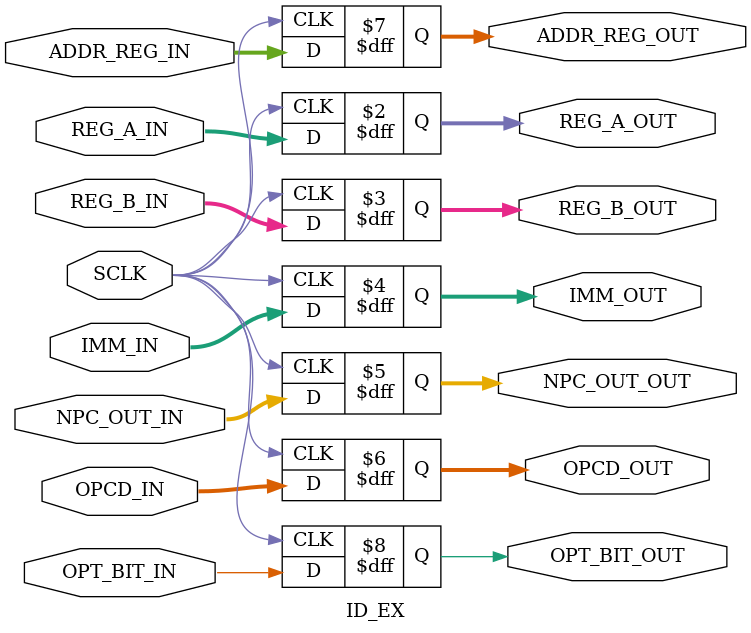
<source format=v>
module ID_EX(REG_A_OUT, REG_B_OUT, IMM_OUT, NPC_OUT_OUT, OPCD_OUT, ADDR_REG_OUT, OPT_BIT_OUT,
             REG_A_IN, REG_B_IN, IMM_IN, NPC_OUT_IN, OPCD_IN, ADDR_REG_IN, OPT_BIT_IN, SCLK);

    output reg [15:0] REG_A_OUT, REG_B_OUT, IMM_OUT, NPC_OUT_OUT;
    output reg [4:0] OPCD_OUT; 
    output reg [4:0] ADDR_REG_OUT; 
    output reg OPT_BIT_OUT;

    input [15:0] REG_A_IN, REG_B_IN, IMM_IN, NPC_OUT_IN;
    input [4:0] OPCD_IN;
    input [4:0] ADDR_REG_IN;
    input OPT_BIT_IN;

    input SCLK;

    always @ (posedge SCLK) begin
        REG_A_OUT <= REG_A_IN;
        REG_B_OUT <= REG_B_IN;
        IMM_OUT <= IMM_IN;
        NPC_OUT_OUT <= NPC_OUT_IN;
        OPCD_OUT <= OPCD_IN;
        ADDR_REG_OUT <= ADDR_REG_IN;
        OPT_BIT_OUT <= OPT_BIT_IN;
    end
endmodule

</source>
